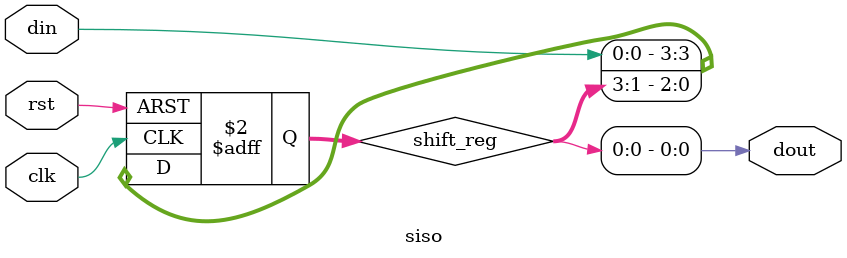
<source format=v>
module siso(
  input clk,
  input rst,
  input din,
  output wire dout
);
  reg [3:0]shift_reg;
  always@(posedge clk or posedge rst)begin
    if(rst)begin
      shift_reg<=4'b0000;
    end
    else begin
      shift_reg<={din,shift_reg[3:1]};
    end
  end
  assign dout=shift_reg[0];
endmodule

</source>
